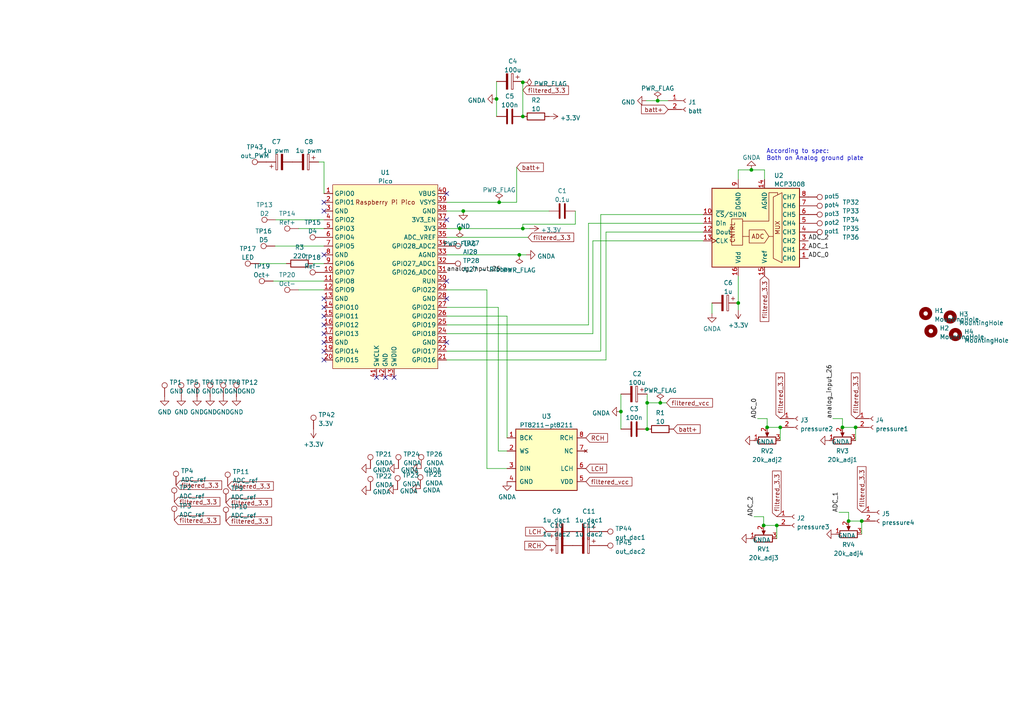
<source format=kicad_sch>
(kicad_sch (version 20211123) (generator eeschema)
  (paper "A4")
  (lib_symbols
    (symbol "Analog_ADC:MCP3008" (pin_names (offset 1.016))
      (property "Reference" "U" (at -5.08 13.335 0))
      (property "Value" "MCP3008" (at -5.08 11.43 0))
      (symbol "MCP3008_0_0"
        (text "ADC" (at -0.635 1.27 0) (effects (font (size 1.27 1.27))))
        (text "CNTRL" (at 5.969 -2.921 900) (effects (font (size 1.27 1.27)) (justify left bottom)))
        (text "MUX" (at -6.35 -1.27 900) (effects (font (size 1.27 1.27))))
      )
      (symbol "MCP3008_0_1"
        (polyline (pts (xy -3.81 1.27) (xy -5.08 1.27)))
        (polyline (pts (xy 1.905 1.27) (xy 3.81 1.27)))
        (polyline (pts (xy -7.62 8.89) (xy -7.62 -11.43) (xy -5.08 -10.16) (xy -5.08 7.62) (xy -7.62 8.89)))
        (polyline (pts (xy 3.81 -3.175) (xy -3.81 -3.175) (xy -3.81 -11.43) (xy -6.35 -11.43) (xy -6.35 -10.795)))
        (polyline (pts (xy 1.905 3.175) (xy 1.905 -0.635) (xy -2.54 -0.635) (xy -3.81 1.27) (xy -2.54 3.175) (xy 1.905 3.175)))
        (rectangle (start 3.81 -3.81) (end 6.985 3.81))
        (rectangle (start 12.7 -12.7) (end -12.7 10.16) (stroke (width 0.254)) (fill (type background)))
      )
      (symbol "MCP3008_1_1"
        (pin input line (at -15.24 7.62 0) (length 2.54) (name "CH0") (number "1"))
        (pin input line (at 15.24 -5.08 180) (length 2.54) (name "~{CS}/SHDN") (number "10"))
        (pin input line (at 15.24 -2.54 180) (length 2.54) (name "Din") (number "11"))
        (pin output line (at 15.24 0 180) (length 2.54) (name "Dout") (number "12"))
        (pin input clock (at 15.24 2.54 180) (length 2.54) (name "CLK") (number "13"))
        (pin power_in line (at -2.54 -15.24 90) (length 2.54) (name "AGND") (number "14"))
        (pin power_in line (at -2.54 12.7 270) (length 2.54) (name "Vref") (number "15"))
        (pin power_in line (at 5.08 12.7 270) (length 2.54) (name "Vdd") (number "16"))
        (pin input line (at -15.24 5.08 0) (length 2.54) (name "CH1") (number "2"))
        (pin input line (at -15.24 2.54 0) (length 2.54) (name "CH2") (number "3"))
        (pin input line (at -15.24 0 0) (length 2.54) (name "CH3") (number "4"))
        (pin input line (at -15.24 -2.54 0) (length 2.54) (name "CH4") (number "5"))
        (pin input line (at -15.24 -5.08 0) (length 2.54) (name "CH5") (number "6"))
        (pin input line (at -15.24 -7.62 0) (length 2.54) (name "CH6") (number "7"))
        (pin input line (at -15.24 -10.16 0) (length 2.54) (name "CH7") (number "8"))
        (pin power_in line (at 5.08 -15.24 90) (length 2.54) (name "DGND") (number "9"))
      )
    )
    (symbol "Connector:Conn_01x02_Female" (pin_names (offset 1.016) hide)
      (property "Reference" "J" (at 0 2.54 0))
      (property "Value" "Conn_01x02_Female" (at 0 -5.08 0))
      (symbol "Conn_01x02_Female_1_1"
        (arc (start 0 -2.032) (mid -0.508 -2.54) (end 0 -3.048) (stroke (width 0.1524)))
        (polyline (pts (xy -1.27 -2.54) (xy -0.508 -2.54)) (stroke (width 0.1524)))
        (polyline (pts (xy -1.27 0) (xy -0.508 0)) (stroke (width 0.1524)))
        (arc (start 0 0.508) (mid -0.508 0) (end 0 -0.508) (stroke (width 0.1524)))
        (pin passive line (at -5.08 0 0) (length 3.81) (name "Pin_1") (number "1"))
        (pin passive line (at -5.08 -2.54 0) (length 3.81) (name "Pin_2") (number "2"))
      )
    )
    (symbol "Connector:TestPoint" (pin_numbers hide) (pin_names (offset 0.762) hide)
      (property "Reference" "TP" (at 0 6.858 0))
      (property "Value" "TestPoint" (at 0 5.08 0))
      (symbol "TestPoint_0_1"
        (circle (center 0 3.302) (radius 0.762))
      )
      (symbol "TestPoint_1_1"
        (pin passive line (at 0 0 90) (length 2.54) (name "1") (number "1"))
      )
    )
    (symbol "Device:C" (pin_numbers hide) (pin_names (offset 0.254))
      (property "Reference" "C" (at 0.635 2.54 0))
      (property "Value" "C" (at 0.635 -2.54 0))
      (symbol "C_0_1"
        (polyline (pts (xy -2.032 -0.762) (xy 2.032 -0.762)) (stroke (width 0.508)))
        (polyline (pts (xy -2.032 0.762) (xy 2.032 0.762)) (stroke (width 0.508)))
      )
      (symbol "C_1_1"
        (pin passive line (at 0 3.81 270) (length 2.794) (name "~") (number "1"))
        (pin passive line (at 0 -3.81 90) (length 2.794) (name "~") (number "2"))
      )
    )
    (symbol "Device:C_Polarized" (pin_numbers hide) (pin_names (offset 0.254))
      (property "Reference" "C" (at 0.635 2.54 0))
      (property "Value" "C_Polarized" (at 0.635 -2.54 0))
      (symbol "C_Polarized_0_1"
        (rectangle (start -2.286 0.508) (end 2.286 1.016))
        (polyline (pts (xy -1.778 2.286) (xy -0.762 2.286)))
        (polyline (pts (xy -1.27 2.794) (xy -1.27 1.778)))
        (rectangle (start 2.286 -0.508) (end -2.286 -1.016) (fill (type outline)))
      )
      (symbol "C_Polarized_1_1"
        (pin passive line (at 0 3.81 270) (length 2.794) (name "~") (number "1"))
        (pin passive line (at 0 -3.81 90) (length 2.794) (name "~") (number "2"))
      )
    )
    (symbol "Device:R" (pin_numbers hide) (pin_names (offset 0))
      (property "Reference" "R" (at 2.032 0 90))
      (property "Value" "R" (at 0 0 90))
      (symbol "R_0_1"
        (rectangle (start -1.016 -2.54) (end 1.016 2.54) (stroke (width 0.254)))
      )
      (symbol "R_1_1"
        (pin passive line (at 0 3.81 270) (length 1.27) (name "~") (number "1"))
        (pin passive line (at 0 -3.81 90) (length 1.27) (name "~") (number "2"))
      )
    )
    (symbol "Device:R_Potentiometer" (pin_names (offset 1.016) hide)
      (property "Reference" "RV" (at -4.445 0 90))
      (property "Value" "R_Potentiometer" (at -2.54 0 90))
      (symbol "R_Potentiometer_0_1"
        (polyline (pts (xy 2.54 0) (xy 1.524 0)))
        (polyline (pts (xy 1.143 0) (xy 2.286 0.508) (xy 2.286 -0.508) (xy 1.143 0)) (fill (type outline)))
        (rectangle (start 1.016 2.54) (end -1.016 -2.54) (stroke (width 0.254)))
      )
      (symbol "R_Potentiometer_1_1"
        (pin passive line (at 0 3.81 270) (length 1.27) (name "1") (number "1"))
        (pin passive line (at 3.81 0 180) (length 1.27) (name "2") (number "2"))
        (pin passive line (at 0 -3.81 90) (length 1.27) (name "3") (number "3"))
      )
    )
    (symbol "Mechanical:MountingHole" (pin_names (offset 1.016))
      (property "Reference" "H" (at 0 5.08 0))
      (property "Value" "MountingHole" (at 0 3.175 0))
      (symbol "MountingHole_0_1"
        (circle (center 0 0) (radius 1.27) (stroke (width 1.27)))
      )
    )
    (symbol "Pico:Pico"
      (property "Reference" "U" (at -13.97 27.94 0))
      (property "Value" "Pico" (at 0 19.05 0))
      (symbol "Pico_0_0"
        (text "Raspberry Pi Pico" (at 0 21.59 0) (effects (font (size 1.27 1.27))))
      )
      (symbol "Pico_0_1"
        (rectangle (start -15.24 26.67) (end 15.24 -26.67) (fill (type background)))
      )
      (symbol "Pico_1_1"
        (pin bidirectional line (at -17.78 24.13 0) (length 2.54) (name "GPIO0") (number "1"))
        (pin bidirectional line (at -17.78 1.27 0) (length 2.54) (name "GPIO7") (number "10"))
        (pin bidirectional line (at -17.78 -1.27 0) (length 2.54) (name "GPIO8") (number "11"))
        (pin bidirectional line (at -17.78 -3.81 0) (length 2.54) (name "GPIO9") (number "12"))
        (pin power_in line (at -17.78 -6.35 0) (length 2.54) (name "GND") (number "13"))
        (pin bidirectional line (at -17.78 -8.89 0) (length 2.54) (name "GPIO10") (number "14"))
        (pin bidirectional line (at -17.78 -11.43 0) (length 2.54) (name "GPIO11") (number "15"))
        (pin bidirectional line (at -17.78 -13.97 0) (length 2.54) (name "GPIO12") (number "16"))
        (pin bidirectional line (at -17.78 -16.51 0) (length 2.54) (name "GPIO13") (number "17"))
        (pin power_in line (at -17.78 -19.05 0) (length 2.54) (name "GND") (number "18"))
        (pin bidirectional line (at -17.78 -21.59 0) (length 2.54) (name "GPIO14") (number "19"))
        (pin bidirectional line (at -17.78 21.59 0) (length 2.54) (name "GPIO1") (number "2"))
        (pin bidirectional line (at -17.78 -24.13 0) (length 2.54) (name "GPIO15") (number "20"))
        (pin bidirectional line (at 17.78 -24.13 180) (length 2.54) (name "GPIO16") (number "21"))
        (pin bidirectional line (at 17.78 -21.59 180) (length 2.54) (name "GPIO17") (number "22"))
        (pin power_in line (at 17.78 -19.05 180) (length 2.54) (name "GND") (number "23"))
        (pin bidirectional line (at 17.78 -16.51 180) (length 2.54) (name "GPIO18") (number "24"))
        (pin bidirectional line (at 17.78 -13.97 180) (length 2.54) (name "GPIO19") (number "25"))
        (pin bidirectional line (at 17.78 -11.43 180) (length 2.54) (name "GPIO20") (number "26"))
        (pin bidirectional line (at 17.78 -8.89 180) (length 2.54) (name "GPIO21") (number "27"))
        (pin power_in line (at 17.78 -6.35 180) (length 2.54) (name "GND") (number "28"))
        (pin bidirectional line (at 17.78 -3.81 180) (length 2.54) (name "GPIO22") (number "29"))
        (pin power_in line (at -17.78 19.05 0) (length 2.54) (name "GND") (number "3"))
        (pin input line (at 17.78 -1.27 180) (length 2.54) (name "RUN") (number "30"))
        (pin bidirectional line (at 17.78 1.27 180) (length 2.54) (name "GPIO26_ADC0") (number "31"))
        (pin bidirectional line (at 17.78 3.81 180) (length 2.54) (name "GPIO27_ADC1") (number "32"))
        (pin power_in line (at 17.78 6.35 180) (length 2.54) (name "AGND") (number "33"))
        (pin bidirectional line (at 17.78 8.89 180) (length 2.54) (name "GPIO28_ADC2") (number "34"))
        (pin power_in line (at 17.78 11.43 180) (length 2.54) (name "ADC_VREF") (number "35"))
        (pin power_in line (at 17.78 13.97 180) (length 2.54) (name "3V3") (number "36"))
        (pin input line (at 17.78 16.51 180) (length 2.54) (name "3V3_EN") (number "37"))
        (pin bidirectional line (at 17.78 19.05 180) (length 2.54) (name "GND") (number "38"))
        (pin power_in line (at 17.78 21.59 180) (length 2.54) (name "VSYS") (number "39"))
        (pin bidirectional line (at -17.78 16.51 0) (length 2.54) (name "GPIO2") (number "4"))
        (pin power_in line (at 17.78 24.13 180) (length 2.54) (name "VBUS") (number "40"))
        (pin input line (at -2.54 -29.21 90) (length 2.54) (name "SWCLK") (number "41"))
        (pin power_in line (at 0 -29.21 90) (length 2.54) (name "GND") (number "42"))
        (pin bidirectional line (at 2.54 -29.21 90) (length 2.54) (name "SWDIO") (number "43"))
        (pin bidirectional line (at -17.78 13.97 0) (length 2.54) (name "GPIO3") (number "5"))
        (pin bidirectional line (at -17.78 11.43 0) (length 2.54) (name "GPIO4") (number "6"))
        (pin bidirectional line (at -17.78 8.89 0) (length 2.54) (name "GPIO5") (number "7"))
        (pin power_in line (at -17.78 6.35 0) (length 2.54) (name "GND") (number "8"))
        (pin bidirectional line (at -17.78 3.81 0) (length 2.54) (name "GPIO6") (number "9"))
      )
    )
    (symbol "power:+3.3V" (power) (pin_names (offset 0))
      (property "Value" "+3.3V" (at 0 3.556 0))
      (symbol "+3.3V_0_1"
        (polyline (pts (xy -0.762 1.27) (xy 0 2.54)))
        (polyline (pts (xy 0 0) (xy 0 2.54)))
        (polyline (pts (xy 0 2.54) (xy 0.762 1.27)))
      )
      (symbol "+3.3V_1_1"
        (pin power_in line (at 0 0 90) (length 0) hide (name "+3.3V") (number "1"))
      )
    )
    (symbol "power:GND" (power) (pin_names (offset 0))
      (property "Value" "GND" (at 0 -3.81 0))
      (symbol "GND_0_1"
        (polyline (pts (xy 0 0) (xy 0 -1.27) (xy 1.27 -1.27) (xy 0 -2.54) (xy -1.27 -1.27) (xy 0 -1.27)))
      )
      (symbol "GND_1_1"
        (pin power_in line (at 0 0 270) (length 0) hide (name "GND") (number "1"))
      )
    )
    (symbol "power:GNDA" (power) (pin_names (offset 0))
      (property "Value" "GNDA" (at 0 -3.81 0))
      (symbol "GNDA_0_1"
        (polyline (pts (xy 0 0) (xy 0 -1.27) (xy 1.27 -1.27) (xy 0 -2.54) (xy -1.27 -1.27) (xy 0 -1.27)))
      )
      (symbol "GNDA_1_1"
        (pin power_in line (at 0 0 270) (length 0) hide (name "GNDA") (number "1"))
      )
    )
    (symbol "power:PWR_FLAG" (power) (pin_numbers hide) (pin_names (offset 0) hide)
      (property "Value" "PWR_FLAG" (at 0 3.81 0))
      (symbol "PWR_FLAG_0_0"
        (pin power_out line (at 0 0 90) (length 0) (name "pwr") (number "1"))
      )
      (symbol "PWR_FLAG_0_1"
        (polyline (pts (xy 0 0) (xy 0 1.27) (xy -1.016 1.905) (xy 0 2.54) (xy 1.016 1.905) (xy 0 1.27)))
      )
    )
    (symbol "pt8211-pt8211:PT8211-pt8211" (pin_names (offset 1.016))
      (property "Reference" "U" (at -8.89 10.16 0))
      (property "Value" "PT8211-pt8211" (at -1.27 10.16 0))
      (symbol "PT8211-pt8211_0_1"
        (rectangle (start -8.89 8.89) (end 8.89 -8.89) (stroke (width 0.254)) (fill (type background)))
      )
      (symbol "PT8211-pt8211_1_1"
        (pin input line (at -11.43 6.35 0) (length 2.54) (name "BCK") (number "1"))
        (pin input line (at -11.43 2.54 0) (length 2.54) (name "WS") (number "2"))
        (pin input line (at -11.43 -2.54 0) (length 2.54) (name "DIN") (number "3"))
        (pin power_in line (at -11.43 -6.35 0) (length 2.54) (name "GND") (number "4"))
        (pin power_in line (at 11.43 -6.35 180) (length 2.54) (name "VDD") (number "5"))
        (pin output line (at 11.43 -2.54 180) (length 2.54) (name "LCH") (number "6"))
        (pin no_connect line (at 11.43 2.54 180) (length 2.54) (name "NC") (number "7"))
        (pin output line (at 11.43 6.35 180) (length 2.54) (name "RCH") (number "8"))
      )
    )
  )
  (junction (at 225.298 152.4))
  (junction (at 133.35 66.294))
  (junction (at 222.504 123.952))
  (junction (at 151.638 23.876))
  (junction (at 134.366 61.214))
  (junction (at 151.638 33.782))
  (junction (at 248.158 123.952))
  (junction (at 187.706 124.46))
  (junction (at 217.932 49.276))
  (junction (at 244.348 123.952))
  (junction (at 246.126 151.13))
  (junction (at 226.314 123.952))
  (junction (at 180.086 119.38))
  (junction (at 144.78 58.674))
  (junction (at 150.622 73.914))
  (junction (at 221.488 152.4))
  (junction (at 187.706 116.84))
  (junction (at 190.754 29.21))
  (junction (at 249.936 151.13))
  (junction (at 151.638 66.294))
  (junction (at 214.122 87.884))
  (junction (at 144.018 28.702))
  (junction (at 191.516 116.84))
  (no_connect (at 129.54 99.314))
  (no_connect (at 129.54 56.134))
  (no_connect (at 109.22 109.474))
  (no_connect (at 93.98 96.774))
  (no_connect (at 129.54 81.534))
  (no_connect (at 93.98 86.614))
  (no_connect (at 114.3 109.474))
  (no_connect (at 93.98 101.854))
  (no_connect (at 93.98 73.914))
  (no_connect (at 93.98 104.394))
  (no_connect (at 111.76 109.474))
  (no_connect (at 129.54 63.754))
  (no_connect (at 129.54 86.614))
  (no_connect (at 93.98 61.214))
  (no_connect (at 93.98 99.314))
  (no_connect (at 93.98 94.234))
  (no_connect (at 93.98 58.674))
  (no_connect (at 93.98 91.694))
  (no_connect (at 93.98 89.154))
  (wire (pts (xy 248.158 123.952) (xy 248.158 127.762)))
  (wire (pts (xy 144.018 28.702) (xy 144.018 33.782)))
  (wire (pts (xy 75.184 76.454) (xy 83.058 76.454)))
  (wire (pts (xy 144.526 89.154) (xy 144.526 130.81)))
  (wire (pts (xy 244.348 121.412) (xy 244.348 123.952)))
  (wire (pts (xy 218.694 149.86) (xy 221.488 149.86)))
  (wire (pts (xy 129.54 66.294) (xy 133.35 66.294)))
  (wire (pts (xy 243.332 148.59) (xy 246.126 148.59)))
  (wire (pts (xy 129.54 96.774) (xy 171.958 96.774)))
  (wire (pts (xy 79.248 81.534) (xy 93.98 81.534)))
  (wire (pts (xy 147.066 127) (xy 147.066 91.694)))
  (wire (pts (xy 203.962 69.85) (xy 171.958 69.85)))
  (wire (pts (xy 170.688 94.234) (xy 170.688 64.77)))
  (wire (pts (xy 129.54 91.694) (xy 147.066 91.694)))
  (wire (pts (xy 129.54 94.234) (xy 170.688 94.234)))
  (wire (pts (xy 214.122 49.276) (xy 217.932 49.276)))
  (wire (pts (xy 222.504 121.412) (xy 222.504 123.952)))
  (wire (pts (xy 149.86 48.514) (xy 149.86 58.674)))
  (wire (pts (xy 221.742 49.276) (xy 221.742 52.07)))
  (wire (pts (xy 225.298 152.4) (xy 225.298 156.21)))
  (wire (pts (xy 152.654 73.914) (xy 150.622 73.914)))
  (wire (pts (xy 86.614 66.294) (xy 93.98 66.294)))
  (wire (pts (xy 144.526 130.81) (xy 147.066 130.81)))
  (wire (pts (xy 187.706 114.3) (xy 187.706 116.84)))
  (wire (pts (xy 166.878 65.024) (xy 151.638 65.024)))
  (wire (pts (xy 151.638 23.622) (xy 151.638 23.876)))
  (wire (pts (xy 214.122 87.884) (xy 214.122 80.01)))
  (wire (pts (xy 144.018 23.622) (xy 144.018 28.702)))
  (wire (pts (xy 249.936 151.13) (xy 249.936 154.94)))
  (wire (pts (xy 170.688 64.77) (xy 203.962 64.77)))
  (wire (pts (xy 90.678 76.454) (xy 93.98 76.454)))
  (wire (pts (xy 191.516 116.84) (xy 193.294 116.84)))
  (wire (pts (xy 203.962 62.23) (xy 174.244 62.23)))
  (wire (pts (xy 214.122 89.916) (xy 214.122 87.884)))
  (wire (pts (xy 241.554 121.412) (xy 244.348 121.412)))
  (wire (pts (xy 190.754 29.21) (xy 193.802 29.21)))
  (wire (pts (xy 244.348 123.952) (xy 248.158 123.952)))
  (wire (pts (xy 221.488 152.4) (xy 225.298 152.4)))
  (wire (pts (xy 134.366 61.214) (xy 129.54 61.214)))
  (wire (pts (xy 217.932 49.276) (xy 221.742 49.276)))
  (wire (pts (xy 151.638 23.876) (xy 151.638 33.782)))
  (wire (pts (xy 219.71 121.412) (xy 222.504 121.412)))
  (wire (pts (xy 129.54 68.834) (xy 153.162 68.834)))
  (wire (pts (xy 221.488 149.86) (xy 221.488 152.4)))
  (wire (pts (xy 187.452 29.21) (xy 190.754 29.21)))
  (wire (pts (xy 151.638 65.024) (xy 151.638 66.294)))
  (wire (pts (xy 214.122 52.07) (xy 214.122 49.276)))
  (wire (pts (xy 151.638 66.294) (xy 153.67 66.294)))
  (wire (pts (xy 180.086 114.3) (xy 180.086 119.38)))
  (wire (pts (xy 226.314 123.952) (xy 226.314 127.762)))
  (wire (pts (xy 222.504 123.952) (xy 226.314 123.952)))
  (wire (pts (xy 129.54 84.074) (xy 141.224 84.074)))
  (wire (pts (xy 187.706 116.84) (xy 191.516 116.84)))
  (wire (pts (xy 134.366 61.214) (xy 159.258 61.214)))
  (wire (pts (xy 175.768 67.31) (xy 175.768 104.394)))
  (wire (pts (xy 144.78 58.674) (xy 129.54 58.674)))
  (wire (pts (xy 129.54 89.154) (xy 144.526 89.154)))
  (wire (pts (xy 166.878 61.214) (xy 166.878 65.024)))
  (wire (pts (xy 206.502 87.884) (xy 206.502 90.932)))
  (wire (pts (xy 141.224 84.074) (xy 141.224 135.89)))
  (wire (pts (xy 203.962 67.31) (xy 175.768 67.31)))
  (wire (pts (xy 86.614 84.074) (xy 93.98 84.074)))
  (wire (pts (xy 79.756 71.374) (xy 93.98 71.374)))
  (wire (pts (xy 187.706 116.84) (xy 187.706 124.46)))
  (wire (pts (xy 80.01 63.754) (xy 93.98 63.754)))
  (wire (pts (xy 93.98 56.134) (xy 93.98 46.99)))
  (wire (pts (xy 171.958 69.85) (xy 171.958 96.774)))
  (wire (pts (xy 133.35 66.294) (xy 151.638 66.294)))
  (wire (pts (xy 93.98 46.99) (xy 92.456 46.99)))
  (wire (pts (xy 150.622 73.914) (xy 129.54 73.914)))
  (wire (pts (xy 246.126 151.13) (xy 249.936 151.13)))
  (wire (pts (xy 144.78 58.674) (xy 149.86 58.674)))
  (wire (pts (xy 246.126 148.59) (xy 246.126 151.13)))
  (wire (pts (xy 175.768 104.394) (xy 129.54 104.394)))
  (wire (pts (xy 174.244 101.854) (xy 129.54 101.854)))
  (wire (pts (xy 141.224 135.89) (xy 147.066 135.89)))
  (wire (pts (xy 174.244 62.23) (xy 174.244 101.854)))
  (wire (pts (xy 180.086 119.38) (xy 180.086 124.46)))
  (text "According to spec:\nBoth on Analog ground plate" (at 222.25 46.736 0) (effects (font (size 1.27 1.27)) (justify left bottom)))
  (label "ADC_0" (at 234.442 74.93 0))
  (label "analog_input_26" (at 129.54 78.994 0))
  (label "ADC_1" (at 234.442 72.39 0))
  (label "analog_input_26" (at 241.554 121.412 90))
  (label "ADC_1" (at 243.332 148.59 90))
  (label "ADC_2" (at 218.694 149.86 90))
  (label "ADC_2" (at 234.442 69.85 0))
  (label "ADC_0" (at 219.71 121.412 90))
  (global_label "batt+" (shape input) (at 193.802 31.75 180) (property "Références Inter-Feuilles" "${INTERSHEET_REFS}" (effects hide)))
  (global_label "filtered_3.3" (shape input) (at 66.04 140.97 0) (property "Références Inter-Feuilles" "${INTERSHEET_REFS}" (effects hide)))
  (global_label "RCH" (shape input) (at 169.926 127 0) (property "Références Inter-Feuilles" "${INTERSHEET_REFS}" (effects hide)))
  (global_label "filtered_3.3" (shape input) (at 226.314 121.412 90) (property "Références Inter-Feuilles" "${INTERSHEET_REFS}" (effects hide)))
  (global_label "filtered_3.3" (shape input) (at 50.546 150.876 0) (property "Références Inter-Feuilles" "${INTERSHEET_REFS}" (effects hide)))
  (global_label "LCH" (shape input) (at 169.926 135.89 0) (property "Références Inter-Feuilles" "${INTERSHEET_REFS}" (effects hide)))
  (global_label "filtered_3.3" (shape input) (at 221.742 80.01 270) (property "Références Inter-Feuilles" "${INTERSHEET_REFS}" (effects hide)))
  (global_label "filtered_3.3" (shape input) (at 65.532 151.13 0) (property "Références Inter-Feuilles" "${INTERSHEET_REFS}" (effects hide)))
  (global_label "batt+" (shape input) (at 195.326 124.46 0) (property "Références Inter-Feuilles" "${INTERSHEET_REFS}" (effects hide)))
  (global_label "RCH" (shape input) (at 158.496 158.242 180) (property "Références Inter-Feuilles" "${INTERSHEET_REFS}" (effects hide)))
  (global_label "filtered_3.3" (shape input) (at 248.158 121.412 90) (property "Références Inter-Feuilles" "${INTERSHEET_REFS}" (effects hide)))
  (global_label "filtered_3.3" (shape input) (at 249.936 148.59 90) (property "Références Inter-Feuilles" "${INTERSHEET_REFS}" (effects hide)))
  (global_label "filtered_vcc" (shape input) (at 193.294 116.84 0) (property "Références Inter-Feuilles" "${INTERSHEET_REFS}" (effects hide)))
  (global_label "filtered_3.3" (shape input) (at 151.638 26.162 0) (property "Références Inter-Feuilles" "${INTERSHEET_REFS}" (effects hide)))
  (global_label "filtered_3.3" (shape input) (at 65.532 145.796 0) (property "Références Inter-Feuilles" "${INTERSHEET_REFS}" (effects hide)))
  (global_label "LCH" (shape input) (at 158.496 154.178 180) (property "Références Inter-Feuilles" "${INTERSHEET_REFS}" (effects hide)))
  (global_label "filtered_3.3" (shape input) (at 225.298 149.86 90) (property "Références Inter-Feuilles" "${INTERSHEET_REFS}" (effects hide)))
  (global_label "filtered_3.3" (shape input) (at 50.546 145.542 0) (property "Références Inter-Feuilles" "${INTERSHEET_REFS}" (effects hide)))
  (global_label "filtered_vcc" (shape input) (at 169.926 139.7 0) (property "Références Inter-Feuilles" "${INTERSHEET_REFS}" (effects hide)))
  (global_label "batt+" (shape input) (at 149.86 48.514 0) (property "Références Inter-Feuilles" "${INTERSHEET_REFS}" (effects hide)))
  (global_label "filtered_3.3" (shape input) (at 153.162 68.834 0) (property "Références Inter-Feuilles" "${INTERSHEET_REFS}" (effects hide)))
  (global_label "filtered_3.3" (shape input) (at 51.054 140.716 0) (property "Références Inter-Feuilles" "${INTERSHEET_REFS}" (effects hide)))
  (symbol (lib_id "power:GND") (at 68.58 115.062 0) (unit 1)
    (property "Reference" "#PWR012" (effects hide))
    (property "Value" "GND" (at 68.58 119.5054 0))
  )
  (symbol (lib_id "Device:C_Polarized") (at 162.306 158.242 90) (unit 1)
    (property "Reference" "C10" (at 161.417 152.3832 90))
    (property "Value" "1u dac2" (at 161.417 154.9201 90))
    (property "Footprint" "Capacitor_THT:CP_Radial_D5.0mm_P2.50mm" (effects hide))
  )
  (symbol (lib_id "power:GND") (at 187.452 29.21 270) (unit 1)
    (property "Reference" "#PWR022" (effects hide))
    (property "Value" "GND" (at 184.2771 29.6438 90) (effects (justify right)))
  )
  (symbol (lib_id "Connector:TestPoint") (at 129.54 76.454 270) (unit 1)
    (property "Reference" "TP28" (at 134.239 75.6193 90) (effects (justify left)))
    (property "Value" "AI27 - Ribbon" (at 134.239 78.1562 90) (effects (justify left)))
    (property "Footprint" "TestPoint:TestPoint_THTPad_2.0x2.0mm_Drill1.0mm" (effects hide))
  )
  (symbol (lib_id "pt8211-pt8211:PT8211-pt8211") (at 158.496 133.35 0) (unit 1)
    (property "Reference" "U3" (at 158.496 120.7602 0))
    (property "Value" "PT8211-pt8211" (at 158.496 123.2971 0))
    (property "Footprint" "Package_SO:SOP-8_3.9x4.9mm_P1.27mm" (effects hide))
  )
  (symbol (lib_id "power:GNDA") (at 107.442 135.89 270) (unit 1)
    (property "Reference" "#PWR013" (effects hide))
    (property "Value" "GNDA" (at 108.077 136.3238 90) (effects (justify left)))
  )
  (symbol (lib_id "Mechanical:MountingHole") (at 275.59 91.948 0) (unit 1)
    (property "Reference" "H3" (at 278.13 91.1133 0) (effects (justify left)))
    (property "Value" "MountingHole" (at 278.13 93.6502 0) (effects (justify left)))
    (property "Footprint" "MountingHole:MountingHole_3.2mm_M3" (effects hide))
  )
  (symbol (lib_id "Connector:TestPoint") (at 52.578 115.062 0) (unit 1)
    (property "Reference" "TP5" (at 53.975 110.9253 0) (effects (justify left)))
    (property "Value" "GND" (at 53.975 113.4622 0) (effects (justify left)))
    (property "Footprint" "TestPoint:TestPoint_THTPad_2.0x2.0mm_Drill1.0mm" (effects hide))
  )
  (symbol (lib_id "Connector:TestPoint") (at 107.442 142.24 0) (unit 1)
    (property "Reference" "TP22" (at 108.839 138.1033 0) (effects (justify left)))
    (property "Value" "GNDA" (at 108.839 140.6402 0) (effects (justify left)))
    (property "Footprint" "TestPoint:TestPoint_THTPad_2.0x2.0mm_Drill1.0mm" (effects hide))
  )
  (symbol (lib_id "Connector:TestPoint") (at 122.174 135.89 0) (unit 1)
    (property "Reference" "TP26" (at 123.571 131.7533 0) (effects (justify left)))
    (property "Value" "GNDA" (at 123.571 134.2902 0) (effects (justify left)))
    (property "Footprint" "TestPoint:TestPoint_THTPad_2.0x2.0mm_Drill1.0mm" (effects hide))
  )
  (symbol (lib_id "Connector:TestPoint") (at 173.736 154.178 270) (unit 1)
    (property "Reference" "TP44" (at 178.435 153.3433 90) (effects (justify left)))
    (property "Value" "out_dac1" (at 178.435 155.8802 90) (effects (justify left)))
    (property "Footprint" "TestPoint:TestPoint_THTPad_2.0x2.0mm_Drill1.0mm" (effects hide))
  )
  (symbol (lib_id "Connector:TestPoint") (at 79.248 81.534 90) (unit 1)
    (property "Reference" "TP19" (at 75.946 77.1992 90))
    (property "Value" "Oct+" (at 75.946 79.7361 90))
    (property "Footprint" "TestPoint:TestPoint_THTPad_2.0x2.0mm_Drill1.0mm" (effects hide))
  )
  (symbol (lib_id "power:+3.3V") (at 214.122 89.916 180) (unit 1)
    (property "Reference" "#PWR05" (effects hide))
    (property "Value" "+3.3V" (at 214.122 94.3594 0))
  )
  (symbol (lib_id "power:PWR_FLAG") (at 144.78 58.674 0) (unit 1)
    (property "Reference" "#FLG02" (effects hide))
    (property "Value" "PWR_FLAG" (at 144.78 55.0982 0))
  )
  (symbol (lib_id "Device:C_Polarized") (at 210.312 87.884 270) (unit 1)
    (property "Reference" "C6" (at 211.201 82.0252 90))
    (property "Value" "1u" (at 211.201 84.5621 90))
    (property "Footprint" "Capacitor_THT:CP_Radial_D5.0mm_P2.00mm" (effects hide))
  )
  (symbol (lib_id "power:GNDA") (at 240.538 127.762 270) (unit 1)
    (property "Reference" "#PWR026" (effects hide))
    (property "Value" "GNDA" (at 241.173 128.1958 90) (effects (justify left)))
  )
  (symbol (lib_id "Connector:TestPoint") (at 47.752 115.062 0) (unit 1)
    (property "Reference" "TP1" (at 49.149 110.9253 0) (effects (justify left)))
    (property "Value" "GND" (at 49.149 113.4622 0) (effects (justify left)))
    (property "Footprint" "TestPoint:TestPoint_THTPad_2.0x2.0mm_Drill1.0mm" (effects hide))
  )
  (symbol (lib_id "power:GNDA") (at 122.174 135.89 270) (unit 1)
    (property "Reference" "#PWR018" (effects hide))
    (property "Value" "GNDA" (at 122.809 136.3238 90) (effects (justify left)))
  )
  (symbol (lib_id "Device:R_Potentiometer") (at 222.504 127.762 90) (unit 1)
    (property "Reference" "RV2" (at 222.504 130.8084 90))
    (property "Value" "20k_adj2" (at 222.504 133.3453 90))
    (property "Footprint" "Potentiometer_THT:Potentiometer_Runtron_RM-065_Vertical" (effects hide))
  )
  (symbol (lib_id "power:+3.3V") (at 159.258 33.782 270) (unit 1)
    (property "Reference" "#PWR021" (effects hide))
    (property "Value" "+3.3V" (at 162.433 34.2158 90) (effects (justify left)))
  )
  (symbol (lib_id "Device:C_Polarized") (at 88.646 46.99 270) (unit 1)
    (property "Reference" "C8" (at 89.535 41.1312 90))
    (property "Value" "1u pwm" (at 89.535 43.6681 90))
    (property "Footprint" "Capacitor_THT:CP_Radial_D5.0mm_P2.50mm" (effects hide))
  )
  (symbol (lib_id "power:GNDA") (at 218.694 127.762 270) (unit 1)
    (property "Reference" "#PWR025" (effects hide))
    (property "Value" "GNDA" (at 219.329 128.1958 90) (effects (justify left)))
  )
  (symbol (lib_id "Mechanical:MountingHole") (at 277.114 97.028 0) (unit 1)
    (property "Reference" "H4" (at 279.654 96.1933 0) (effects (justify left)))
    (property "Value" "MountingHole" (at 279.654 98.7302 0) (effects (justify left)))
    (property "Footprint" "MountingHole:MountingHole_3.2mm_M3" (effects hide))
  )
  (symbol (lib_id "Device:R") (at 191.516 124.46 90) (unit 1)
    (property "Reference" "R1" (at 191.516 119.7442 90))
    (property "Value" "10" (at 191.516 122.2811 90))
    (property "Footprint" "Resistor_THT:R_Axial_DIN0207_L6.3mm_D2.5mm_P7.62mm_Horizontal" (effects hide))
  )
  (symbol (lib_id "Pico:Pico") (at 111.76 80.264 0) (unit 1)
    (property "Reference" "U1" (at 111.76 50.0212 0))
    (property "Value" "Pico" (at 111.76 52.5581 0))
    (property "Footprint" "Pico:RPi_Pico_SMD_TH" (effects hide))
  )
  (symbol (lib_id "Device:C") (at 163.068 61.214 90) (unit 1)
    (property "Reference" "C1" (at 163.068 55.3552 90))
    (property "Value" "0.1u" (at 163.068 57.8921 90))
    (property "Footprint" "Capacitor_THT:C_Axial_L3.8mm_D2.6mm_P7.50mm_Horizontal" (effects hide))
  )
  (symbol (lib_id "Connector:TestPoint") (at 65.532 145.796 0) (unit 1)
    (property "Reference" "TP9" (at 66.929 141.6593 0) (effects (justify left)))
    (property "Value" "ADC_ref" (at 66.929 144.1962 0) (effects (justify left)))
    (property "Footprint" "TestPoint:TestPoint_THTPad_2.0x2.0mm_Drill1.0mm" (effects hide))
  )
  (symbol (lib_id "power:GND") (at 134.366 61.214 0) (unit 1)
    (property "Reference" "#PWR01" (effects hide))
    (property "Value" "GND" (at 134.366 65.6574 0))
  )
  (symbol (lib_id "Connector:TestPoint") (at 60.96 115.062 0) (unit 1)
    (property "Reference" "TP7" (at 62.357 110.9253 0) (effects (justify left)))
    (property "Value" "GND" (at 62.357 113.4622 0) (effects (justify left)))
    (property "Footprint" "TestPoint:TestPoint_THTPad_2.0x2.0mm_Drill1.0mm" (effects hide))
  )
  (symbol (lib_id "Connector:Conn_01x02_Female") (at 231.394 121.412 0) (unit 1)
    (property "Reference" "J3" (at 232.1052 121.8473 0) (effects (justify left)))
    (property "Value" "pressure2" (at 232.1052 124.3842 0) (effects (justify left)))
    (property "Footprint" "Connector_JST:JST_XH_B2B-XH-A_1x02_P2.50mm_Vertical" (effects hide))
  )
  (symbol (lib_id "Connector:TestPoint") (at 234.442 67.31 270) (unit 1)
    (property "Reference" "TP36" (at 244.348 68.834 90) (effects (justify left)))
    (property "Value" "pot1" (at 239.014 67.056 90) (effects (justify left)))
    (property "Footprint" "TestPoint:TestPoint_THTPad_2.0x2.0mm_Drill1.0mm" (effects hide))
  )
  (symbol (lib_id "Device:C_Polarized") (at 169.926 154.178 270) (unit 1)
    (property "Reference" "C11" (at 170.815 148.3192 90))
    (property "Value" "1u dac1" (at 170.815 150.8561 90))
    (property "Footprint" "Capacitor_THT:CP_Radial_D5.0mm_P2.50mm" (effects hide))
  )
  (symbol (lib_id "Connector:TestPoint") (at 80.01 63.754 90) (unit 1)
    (property "Reference" "TP13" (at 76.708 59.4192 90))
    (property "Value" "D2" (at 76.708 61.9561 90))
    (property "Footprint" "TestPoint:TestPoint_THTPad_2.0x2.0mm_Drill1.0mm" (effects hide))
  )
  (symbol (lib_id "Connector:TestPoint") (at 79.756 71.374 90) (unit 1)
    (property "Reference" "TP16" (at 76.454 67.0392 90))
    (property "Value" "D5" (at 76.454 69.5761 90))
    (property "Footprint" "TestPoint:TestPoint_THTPad_2.0x2.0mm_Drill1.0mm" (effects hide))
  )
  (symbol (lib_id "Connector:TestPoint") (at 93.98 68.834 90) (unit 1)
    (property "Reference" "TP15" (at 90.678 64.4992 90))
    (property "Value" "D4" (at 90.678 67.0361 90))
    (property "Footprint" "TestPoint:TestPoint_THTPad_2.0x2.0mm_Drill1.0mm" (effects hide))
  )
  (symbol (lib_id "Mechanical:MountingHole") (at 268.478 90.932 0) (unit 1)
    (property "Reference" "H1" (at 271.018 90.0973 0) (effects (justify left)))
    (property "Value" "MountingHole" (at 271.018 92.6342 0) (effects (justify left)))
    (property "Footprint" "MountingHole:MountingHole_3.2mm_M3" (effects hide))
  )
  (symbol (lib_id "Connector:TestPoint") (at 64.77 115.062 0) (unit 1)
    (property "Reference" "TP8" (at 66.167 110.9253 0) (effects (justify left)))
    (property "Value" "GND" (at 66.167 113.4622 0) (effects (justify left)))
    (property "Footprint" "TestPoint:TestPoint_THTPad_2.0x2.0mm_Drill1.0mm" (effects hide))
  )
  (symbol (lib_id "Device:C_Polarized") (at 147.828 23.622 270) (unit 1)
    (property "Reference" "C4" (at 148.717 17.7632 90))
    (property "Value" "100u" (at 148.717 20.3001 90))
    (property "Footprint" "Capacitor_THT:CP_Radial_D8.0mm_P5.00mm" (effects hide))
  )
  (symbol (lib_id "power:GNDA") (at 180.086 119.38 270) (unit 1)
    (property "Reference" "#PWR04" (effects hide))
    (property "Value" "GNDA" (at 176.911 119.8138 90) (effects (justify right)))
  )
  (symbol (lib_id "Connector:TestPoint") (at 77.216 46.99 90) (unit 1)
    (property "Reference" "TP43" (at 73.914 42.6552 90))
    (property "Value" "out_PWM" (at 73.914 45.1921 90))
    (property "Footprint" "TestPoint:TestPoint_THTPad_2.0x2.0mm_Drill1.0mm" (effects hide))
  )
  (symbol (lib_id "Connector:TestPoint") (at 121.92 141.732 0) (unit 1)
    (property "Reference" "TP25" (at 123.317 137.5953 0) (effects (justify left)))
    (property "Value" "GNDA" (at 123.317 140.1322 0) (effects (justify left)))
    (property "Footprint" "TestPoint:TestPoint_THTPad_2.0x2.0mm_Drill1.0mm" (effects hide))
  )
  (symbol (lib_id "power:PWR_FLAG") (at 190.754 29.21 0) (unit 1)
    (property "Reference" "#FLG0103" (effects hide))
    (property "Value" "PWR_FLAG" (at 190.754 25.6342 0))
  )
  (symbol (lib_id "Device:C") (at 183.896 124.46 270) (unit 1)
    (property "Reference" "C3" (at 183.896 118.6012 90))
    (property "Value" "100n" (at 183.896 121.1381 90))
    (property "Footprint" "Capacitor_THT:C_Axial_L3.8mm_D2.6mm_P7.50mm_Horizontal" (effects hide))
  )
  (symbol (lib_id "Connector:TestPoint") (at 129.54 71.374 270) (unit 1)
    (property "Reference" "TP27" (at 134.239 70.5393 90) (effects (justify left)))
    (property "Value" "AI28" (at 134.239 73.0762 90) (effects (justify left)))
    (property "Footprint" "TestPoint:TestPoint_THTPad_2.0x2.0mm_Drill1.0mm" (effects hide))
  )
  (symbol (lib_id "power:PWR_FLAG") (at 133.35 66.294 180) (unit 1)
    (property "Reference" "#FLG01" (effects hide))
    (property "Value" "PWR_FLAG" (at 133.35 70.7374 0))
  )
  (symbol (lib_id "power:PWR_FLAG") (at 151.638 23.876 270) (unit 1)
    (property "Reference" "#FLG0101" (effects hide))
    (property "Value" "PWR_FLAG" (at 154.813 24.3098 90) (effects (justify left)))
  )
  (symbol (lib_id "power:GNDA") (at 115.57 135.89 270) (unit 1)
    (property "Reference" "#PWR016" (effects hide))
    (property "Value" "GNDA" (at 116.205 136.3238 90) (effects (justify left)))
  )
  (symbol (lib_id "Connector:TestPoint") (at 234.442 62.23 270) (unit 1)
    (property "Reference" "TP34" (at 244.348 63.754 90) (effects (justify left)))
    (property "Value" "pot3" (at 239.014 61.976 90) (effects (justify left)))
    (property "Footprint" "TestPoint:TestPoint_THTPad_2.0x2.0mm_Drill1.0mm" (effects hide))
  )
  (symbol (lib_id "Device:C_Polarized") (at 162.306 154.178 90) (unit 1)
    (property "Reference" "C9" (at 161.417 148.3192 90))
    (property "Value" "1u dac1" (at 161.417 150.8561 90))
    (property "Footprint" "Capacitor_THT:CP_Radial_D5.0mm_P2.50mm" (effects hide))
  )
  (symbol (lib_id "power:GND") (at 57.15 115.062 0) (unit 1)
    (property "Reference" "#PWR09" (effects hide))
    (property "Value" "GND" (at 57.15 119.5054 0))
  )
  (symbol (lib_id "Connector:TestPoint") (at 86.614 84.074 90) (unit 1)
    (property "Reference" "TP20" (at 83.312 79.7392 90))
    (property "Value" "Oct-" (at 83.312 82.2761 90))
    (property "Footprint" "TestPoint:TestPoint_THTPad_2.0x2.0mm_Drill1.0mm" (effects hide))
  )
  (symbol (lib_id "Connector:TestPoint") (at 173.736 158.242 270) (unit 1)
    (property "Reference" "TP45" (at 178.435 157.4073 90) (effects (justify left)))
    (property "Value" "out_dac2" (at 178.435 159.9442 90) (effects (justify left)))
    (property "Footprint" "TestPoint:TestPoint_THTPad_2.0x2.0mm_Drill1.0mm" (effects hide))
  )
  (symbol (lib_id "Device:C_Polarized") (at 169.926 158.242 270) (unit 1)
    (property "Reference" "C12" (at 170.815 152.3832 90))
    (property "Value" "1u dac2" (at 170.815 154.9201 90))
    (property "Footprint" "Capacitor_THT:CP_Radial_D5.0mm_P2.50mm" (effects hide))
  )
  (symbol (lib_id "power:GNDA") (at 144.018 28.702 270) (unit 1)
    (property "Reference" "#PWR019" (effects hide))
    (property "Value" "GNDA" (at 140.843 29.1358 90) (effects (justify right)))
  )
  (symbol (lib_id "power:GND") (at 60.96 115.062 0) (unit 1)
    (property "Reference" "#PWR010" (effects hide))
    (property "Value" "GND" (at 60.96 119.5054 0))
  )
  (symbol (lib_id "Connector:TestPoint") (at 115.316 141.986 0) (unit 1)
    (property "Reference" "TP23" (at 116.713 137.8493 0) (effects (justify left)))
    (property "Value" "GNDA" (at 116.713 140.3862 0) (effects (justify left)))
    (property "Footprint" "TestPoint:TestPoint_THTPad_2.0x2.0mm_Drill1.0mm" (effects hide))
  )
  (symbol (lib_id "power:GNDA") (at 115.316 141.986 270) (unit 1)
    (property "Reference" "#PWR015" (effects hide))
    (property "Value" "GNDA" (at 115.951 142.4198 90) (effects (justify left)))
  )
  (symbol (lib_id "Connector:Conn_01x02_Female") (at 230.378 149.86 0) (unit 1)
    (property "Reference" "J2" (at 231.0892 150.2953 0) (effects (justify left)))
    (property "Value" "pressure3" (at 231.0892 152.8322 0) (effects (justify left)))
    (property "Footprint" "Connector_JST:JST_XH_B2B-XH-A_1x02_P2.50mm_Vertical" (effects hide))
  )
  (symbol (lib_id "Connector:TestPoint") (at 93.98 78.994 90) (unit 1)
    (property "Reference" "TP18" (at 90.678 74.6592 90))
    (property "Value" "Ref-" (at 90.678 77.1961 90))
    (property "Footprint" "TestPoint:TestPoint_THTPad_2.0x2.0mm_Drill1.0mm" (effects hide))
  )
  (symbol (lib_id "Connector:TestPoint") (at 50.546 150.876 0) (unit 1)
    (property "Reference" "TP3" (at 51.943 146.7393 0) (effects (justify left)))
    (property "Value" "ADC_ref" (at 51.943 149.2762 0) (effects (justify left)))
    (property "Footprint" "TestPoint:TestPoint_THTPad_2.0x2.0mm_Drill1.0mm" (effects hide))
  )
  (symbol (lib_id "Device:R") (at 155.448 33.782 90) (unit 1)
    (property "Reference" "R2" (at 155.448 29.0662 90))
    (property "Value" "10" (at 155.448 31.6031 90))
    (property "Footprint" "Resistor_THT:R_Axial_DIN0207_L6.3mm_D2.5mm_P7.62mm_Horizontal" (effects hide))
  )
  (symbol (lib_id "Connector:TestPoint") (at 66.04 140.97 0) (unit 1)
    (property "Reference" "TP11" (at 67.437 136.8333 0) (effects (justify left)))
    (property "Value" "ADC_ref" (at 67.437 139.3702 0) (effects (justify left)))
    (property "Footprint" "TestPoint:TestPoint_THTPad_2.0x2.0mm_Drill1.0mm" (effects hide))
  )
  (symbol (lib_id "power:GNDA") (at 121.92 141.732 270) (unit 1)
    (property "Reference" "#PWR017" (effects hide))
    (property "Value" "GNDA" (at 122.555 142.1658 90) (effects (justify left)))
  )
  (symbol (lib_id "Connector:TestPoint") (at 234.442 64.77 270) (unit 1)
    (property "Reference" "TP35" (at 244.348 66.294 90) (effects (justify left)))
    (property "Value" "pot2" (at 239.014 64.516 90) (effects (justify left)))
    (property "Footprint" "TestPoint:TestPoint_THTPad_2.0x2.0mm_Drill1.0mm" (effects hide))
  )
  (symbol (lib_id "power:PWR_FLAG") (at 191.516 116.84 0) (unit 1)
    (property "Reference" "#FLG0102" (effects hide))
    (property "Value" "PWR_FLAG" (at 191.516 113.2642 0))
  )
  (symbol (lib_id "Device:R_Potentiometer") (at 244.348 127.762 90) (unit 1)
    (property "Reference" "RV3" (at 244.348 130.8084 90))
    (property "Value" "20k_adj1" (at 244.348 133.3453 90))
    (property "Footprint" "Potentiometer_THT:Potentiometer_Runtron_RM-065_Vertical" (effects hide))
  )
  (symbol (lib_id "Connector:TestPoint") (at 107.442 135.89 0) (unit 1)
    (property "Reference" "TP21" (at 108.839 131.7533 0) (effects (justify left)))
    (property "Value" "GNDA" (at 108.839 134.2902 0) (effects (justify left)))
    (property "Footprint" "TestPoint:TestPoint_THTPad_2.0x2.0mm_Drill1.0mm" (effects hide))
  )
  (symbol (lib_id "power:GND") (at 47.752 115.062 0) (unit 1)
    (property "Reference" "#PWR07" (effects hide))
    (property "Value" "GND" (at 47.752 119.5054 0))
  )
  (symbol (lib_id "Connector:Conn_01x02_Female") (at 198.882 29.21 0) (unit 1)
    (property "Reference" "J1" (at 199.5932 29.6453 0) (effects (justify left)))
    (property "Value" "batt" (at 199.5932 32.1822 0) (effects (justify left)))
    (property "Footprint" "Connector_JST:JST_XH_B2B-XH-A_1x02_P2.50mm_Vertical" (effects hide))
  )
  (symbol (lib_id "power:GNDA") (at 242.316 154.94 270) (unit 1)
    (property "Reference" "#PWR027" (effects hide))
    (property "Value" "GNDA" (at 242.951 155.3738 90) (effects (justify left)))
  )
  (symbol (lib_id "power:GND") (at 52.578 115.062 0) (unit 1)
    (property "Reference" "#PWR08" (effects hide))
    (property "Value" "GND" (at 52.578 119.5054 0))
  )
  (symbol (lib_id "Device:R") (at 86.868 76.454 90) (unit 1)
    (property "Reference" "R3" (at 86.868 71.7382 90))
    (property "Value" "220" (at 86.868 74.2751 90))
    (property "Footprint" "Resistor_THT:R_Axial_DIN0207_L6.3mm_D2.5mm_P7.62mm_Horizontal" (effects hide))
  )
  (symbol (lib_id "Connector:TestPoint") (at 65.532 151.13 0) (unit 1)
    (property "Reference" "TP10" (at 66.929 146.9933 0) (effects (justify left)))
    (property "Value" "ADC_ref" (at 66.929 149.5302 0) (effects (justify left)))
    (property "Footprint" "TestPoint:TestPoint_THTPad_2.0x2.0mm_Drill1.0mm" (effects hide))
  )
  (symbol (lib_id "power:GND") (at 64.77 115.062 0) (unit 1)
    (property "Reference" "#PWR011" (effects hide))
    (property "Value" "GND" (at 64.77 119.5054 0))
  )
  (symbol (lib_id "Device:R_Potentiometer") (at 221.488 156.21 90) (unit 1)
    (property "Reference" "RV1" (at 221.488 159.2564 90))
    (property "Value" "20k_adj3" (at 221.488 161.7933 90))
    (property "Footprint" "Potentiometer_THT:Potentiometer_Runtron_RM-065_Vertical" (effects hide))
  )
  (symbol (lib_id "Connector:TestPoint") (at 68.58 115.062 0) (unit 1)
    (property "Reference" "TP12" (at 69.977 110.9253 0) (effects (justify left)))
    (property "Value" "GND" (at 69.977 113.4622 0) (effects (justify left)))
    (property "Footprint" "TestPoint:TestPoint_THTPad_2.0x2.0mm_Drill1.0mm" (effects hide))
  )
  (symbol (lib_id "power:GNDA") (at 152.654 73.914 90) (unit 1)
    (property "Reference" "#PWR02" (effects hide))
    (property "Value" "GNDA" (at 155.829 74.3478 90) (effects (justify right)))
  )
  (symbol (lib_id "Connector:TestPoint") (at 90.932 124.46 0) (unit 1)
    (property "Reference" "TP42" (at 92.329 120.3233 0) (effects (justify left)))
    (property "Value" "3.3V" (at 92.329 122.8602 0) (effects (justify left)))
    (property "Footprint" "TestPoint:TestPoint_THTPad_2.0x2.0mm_Drill1.0mm" (effects hide))
  )
  (symbol (lib_id "power:+3.3V") (at 153.67 66.294 270) (unit 1)
    (property "Reference" "#PWR03" (effects hide))
    (property "Value" "+3.3V" (at 156.845 66.7278 90) (effects (justify left)))
  )
  (symbol (lib_id "Connector:TestPoint") (at 75.184 76.454 90) (unit 1)
    (property "Reference" "TP17" (at 71.882 72.1192 90))
    (property "Value" "LED" (at 71.882 74.6561 90))
    (property "Footprint" "TestPoint:TestPoint_THTPad_2.0x2.0mm_Drill1.0mm" (effects hide))
  )
  (symbol (lib_id "Connector:TestPoint") (at 57.15 115.062 0) (unit 1)
    (property "Reference" "TP6" (at 58.547 110.9253 0) (effects (justify left)))
    (property "Value" "GND" (at 58.547 113.4622 0) (effects (justify left)))
    (property "Footprint" "TestPoint:TestPoint_THTPad_2.0x2.0mm_Drill1.0mm" (effects hide))
  )
  (symbol (lib_id "Connector:Conn_01x02_Female") (at 255.016 148.59 0) (unit 1)
    (property "Reference" "J5" (at 255.7272 149.0253 0) (effects (justify left)))
    (property "Value" "pressure4" (at 255.7272 151.5622 0) (effects (justify left)))
    (property "Footprint" "Connector_JST:JST_XH_B2B-XH-A_1x02_P2.50mm_Vertical" (effects hide))
  )
  (symbol (lib_id "Connector:TestPoint") (at 115.57 135.89 0) (unit 1)
    (property "Reference" "TP24" (at 116.967 131.7533 0) (effects (justify left)))
    (property "Value" "GNDA" (at 116.967 134.2902 0) (effects (justify left)))
    (property "Footprint" "TestPoint:TestPoint_THTPad_2.0x2.0mm_Drill1.0mm" (effects hide))
  )
  (symbol (lib_id "Analog_ADC:MCP3008") (at 219.202 67.31 180) (unit 1)
    (property "Reference" "U2" (at 224.5107 50.9102 0) (effects (justify right)))
    (property "Value" "MCP3008" (at 224.5107 53.4471 0) (effects (justify right)))
    (property "Footprint" "Package_DIP:DIP-16_W7.62mm" (effects hide))
    (property "Datasheet" "http://ww1.microchip.com/downloads/en/DeviceDoc/21295d.pdf" (effects hide))
  )
  (symbol (lib_id "power:GNDA") (at 206.502 90.932 0) (unit 1)
    (property "Reference" "#PWR023" (effects hide))
    (property "Value" "GNDA" (at 206.502 95.3754 0))
  )
  (symbol (lib_id "power:GNDA") (at 217.678 156.21 270) (unit 1)
    (property "Reference" "#PWR024" (effects hide))
    (property "Value" "GNDA" (at 218.313 156.6438 90) (effects (justify left)))
  )
  (symbol (lib_id "Device:R_Potentiometer") (at 246.126 154.94 90) (unit 1)
    (property "Reference" "RV4" (at 246.126 157.9864 90))
    (property "Value" "20k_adj4" (at 246.126 160.5233 90))
    (property "Footprint" "Potentiometer_THT:Potentiometer_Runtron_RM-065_Vertical" (effects hide))
  )
  (symbol (lib_id "power:GNDA") (at 147.066 139.7 0) (unit 1)
    (property "Reference" "#PWR020" (effects hide))
    (property "Value" "GNDA" (at 147.066 144.1434 0))
  )
  (symbol (lib_id "power:GNDA") (at 217.932 49.276 180) (unit 1)
    (property "Reference" "#PWR06" (effects hide))
    (property "Value" "GNDA" (at 217.932 45.7002 0))
  )
  (symbol (lib_id "Device:C_Polarized") (at 183.896 114.3 270) (unit 1)
    (property "Reference" "C2" (at 184.785 108.4412 90))
    (property "Value" "100u" (at 184.785 110.9781 90))
    (property "Footprint" "Capacitor_THT:CP_Radial_D8.0mm_P5.00mm" (effects hide))
  )
  (symbol (lib_id "Device:C") (at 147.828 33.782 270) (unit 1)
    (property "Reference" "C5" (at 147.828 27.9232 90))
    (property "Value" "100n" (at 147.828 30.4601 90))
    (property "Footprint" "Capacitor_THT:C_Axial_L3.8mm_D2.6mm_P7.50mm_Horizontal" (effects hide))
  )
  (symbol (lib_id "Device:C_Polarized") (at 81.026 46.99 90) (unit 1)
    (property "Reference" "C7" (at 80.137 41.1312 90))
    (property "Value" "1u pwm" (at 80.137 43.6681 90))
    (property "Footprint" "Capacitor_THT:CP_Radial_D5.0mm_P2.50mm" (effects hide))
  )
  (symbol (lib_id "power:GNDA") (at 107.442 142.24 270) (unit 1)
    (property "Reference" "#PWR014" (effects hide))
    (property "Value" "GNDA" (at 108.077 142.6738 90) (effects (justify left)))
  )
  (symbol (lib_id "Connector:TestPoint") (at 86.614 66.294 90) (unit 1)
    (property "Reference" "TP14" (at 83.312 61.9592 90))
    (property "Value" "Ref+" (at 83.312 64.4961 90))
    (property "Footprint" "TestPoint:TestPoint_THTPad_2.0x2.0mm_Drill1.0mm" (effects hide))
  )
  (symbol (lib_id "power:+3.3V") (at 90.932 124.46 180) (unit 1)
    (property "Reference" "#PWR028" (effects hide))
    (property "Value" "+3.3V" (at 90.932 128.9034 0))
  )
  (symbol (lib_id "Connector:TestPoint") (at 234.442 57.15 270) (unit 1)
    (property "Reference" "TP32" (at 244.348 58.674 90) (effects (justify left)))
    (property "Value" "pot5" (at 239.014 56.896 90) (effects (justify left)))
    (property "Footprint" "TestPoint:TestPoint_THTPad_2.0x2.0mm_Drill1.0mm" (effects hide))
  )
  (symbol (lib_id "power:PWR_FLAG") (at 150.622 73.914 180) (unit 1)
    (property "Reference" "#FLG03" (effects hide))
    (property "Value" "PWR_FLAG" (at 150.622 78.3574 0))
  )
  (symbol (lib_id "Connector:TestPoint") (at 51.054 140.716 0) (unit 1)
    (property "Reference" "TP4" (at 52.451 136.5793 0) (effects (justify left)))
    (property "Value" "ADC_ref" (at 52.451 139.1162 0) (effects (justify left)))
    (property "Footprint" "TestPoint:TestPoint_THTPad_2.0x2.0mm_Drill1.0mm" (effects hide))
  )
  (symbol (lib_id "Mechanical:MountingHole") (at 270.002 96.012 0) (unit 1)
    (property "Reference" "H2" (at 272.542 95.1773 0) (effects (justify left)))
    (property "Value" "MountingHole" (at 272.542 97.7142 0) (effects (justify left)))
    (property "Footprint" "MountingHole:MountingHole_3.2mm_M3" (effects hide))
  )
  (symbol (lib_id "Connector:TestPoint") (at 50.546 145.542 0) (unit 1)
    (property "Reference" "TP2" (at 51.943 141.4053 0) (effects (justify left)))
    (property "Value" "ADC_ref" (at 51.943 143.9422 0) (effects (justify left)))
    (property "Footprint" "TestPoint:TestPoint_THTPad_2.0x2.0mm_Drill1.0mm" (effects hide))
  )
  (symbol (lib_id "Connector:Conn_01x02_Female") (at 253.238 121.412 0) (unit 1)
    (property "Reference" "J4" (at 253.9492 121.8473 0) (effects (justify left)))
    (property "Value" "pressure1" (at 253.9492 124.3842 0) (effects (justify left)))
    (property "Footprint" "Connector_JST:JST_XH_B2B-XH-A_1x02_P2.50mm_Vertical" (effects hide))
  )
  (symbol (lib_id "Connector:TestPoint") (at 234.442 59.69 270) (unit 1)
    (property "Reference" "TP33" (at 244.348 61.214 90) (effects (justify left)))
    (property "Value" "pot4" (at 239.014 59.436 90) (effects (justify left)))
    (property "Footprint" "TestPoint:TestPoint_THTPad_2.0x2.0mm_Drill1.0mm" (effects hide))
  )
)
</source>
